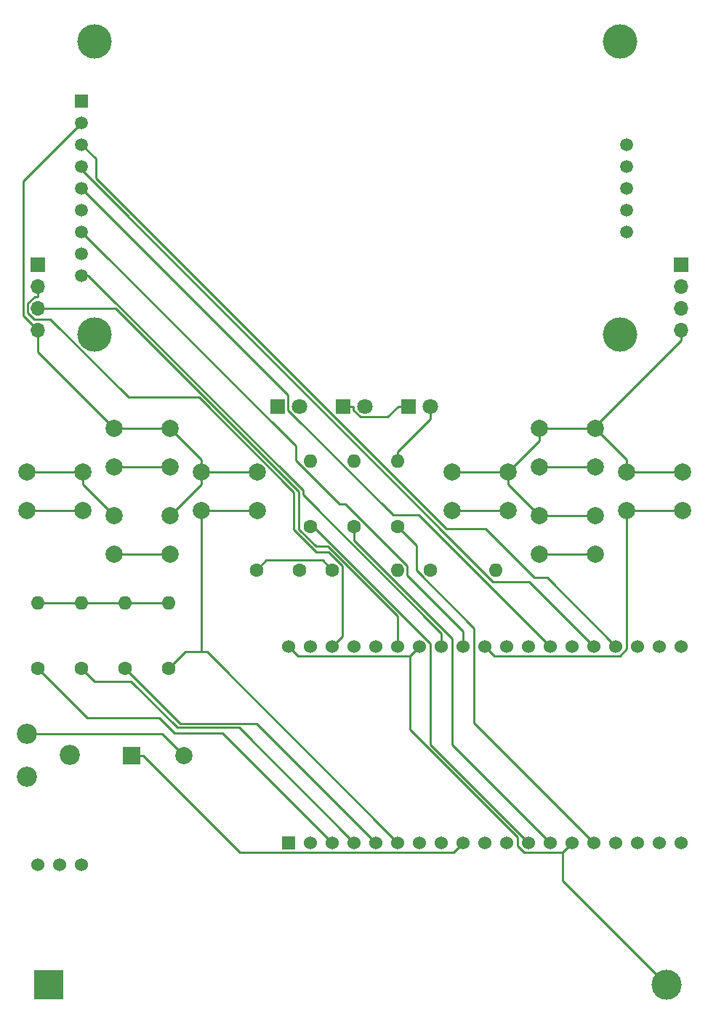
<source format=gbr>
G04 #@! TF.GenerationSoftware,KiCad,Pcbnew,5.1.4-e60b266~84~ubuntu19.04.1*
G04 #@! TF.CreationDate,2019-11-21T14:49:26-05:00*
G04 #@! TF.ProjectId,Esp32Badge-v1,45737033-3242-4616-9467-652d76312e6b,1*
G04 #@! TF.SameCoordinates,Original*
G04 #@! TF.FileFunction,Copper,L2,Bot*
G04 #@! TF.FilePolarity,Positive*
%FSLAX46Y46*%
G04 Gerber Fmt 4.6, Leading zero omitted, Abs format (unit mm)*
G04 Created by KiCad (PCBNEW 5.1.4-e60b266~84~ubuntu19.04.1) date 2019-11-21 14:49:26*
%MOMM*%
%LPD*%
G04 APERTURE LIST*
%ADD10C,1.530000*%
%ADD11R,1.530000X1.530000*%
%ADD12R,3.500000X3.500000*%
%ADD13C,3.500000*%
%ADD14C,2.000000*%
%ADD15R,2.000000X2.000000*%
%ADD16O,1.700000X1.700000*%
%ADD17R,1.700000X1.700000*%
%ADD18C,1.600000*%
%ADD19C,1.800000*%
%ADD20R,1.800000X1.800000*%
%ADD21O,1.600000X1.600000*%
%ADD22C,2.340000*%
%ADD23C,1.524000*%
%ADD24C,4.000000*%
%ADD25C,1.500000*%
%ADD26R,1.500000X1.500000*%
%ADD27C,0.250000*%
G04 APERTURE END LIST*
D10*
X128270000Y-105410000D03*
X130810000Y-105410000D03*
X133350000Y-105410000D03*
X135890000Y-105410000D03*
X138430000Y-105410000D03*
X140970000Y-105410000D03*
X143510000Y-105410000D03*
X146050000Y-105410000D03*
X148590000Y-105410000D03*
X151130000Y-105410000D03*
X153670000Y-105410000D03*
X156210000Y-105410000D03*
X158750000Y-105410000D03*
X161290000Y-105410000D03*
X163830000Y-105410000D03*
X166370000Y-105410000D03*
X168910000Y-105410000D03*
X171450000Y-105410000D03*
X173990000Y-105410000D03*
X173990000Y-128270000D03*
X171450000Y-128270000D03*
X168910000Y-128270000D03*
X166370000Y-128270000D03*
X163830000Y-128270000D03*
X161290000Y-128270000D03*
X158750000Y-128270000D03*
X156210000Y-128270000D03*
X153670000Y-128270000D03*
X151130000Y-128270000D03*
X148590000Y-128270000D03*
X146050000Y-128270000D03*
X143510000Y-128270000D03*
X140970000Y-128270000D03*
X138430000Y-128270000D03*
X135890000Y-128270000D03*
X133350000Y-128270000D03*
X130810000Y-128270000D03*
D11*
X128270000Y-128270000D03*
D12*
X100330000Y-144780000D03*
D13*
X172330000Y-144780000D03*
D14*
X116078000Y-118110000D03*
D15*
X109982000Y-118110000D03*
D16*
X173990000Y-68580000D03*
X173990000Y-66040000D03*
X173990000Y-63500000D03*
D17*
X173990000Y-60960000D03*
D16*
X99060000Y-68580000D03*
X99060000Y-66040000D03*
X99060000Y-63500000D03*
D17*
X99060000Y-60960000D03*
D18*
X129540000Y-96520000D03*
X124540000Y-96520000D03*
D19*
X144780000Y-77470000D03*
D20*
X142240000Y-77470000D03*
D19*
X137160000Y-77470000D03*
D20*
X134620000Y-77470000D03*
D19*
X129540000Y-77470000D03*
D20*
X127000000Y-77470000D03*
D21*
X140970000Y-83820000D03*
D18*
X140970000Y-91440000D03*
D21*
X135890000Y-83820000D03*
D18*
X135890000Y-91440000D03*
D21*
X130810000Y-83820000D03*
D18*
X130810000Y-91440000D03*
D21*
X152400000Y-96520000D03*
D18*
X144780000Y-96520000D03*
D21*
X140970000Y-96520000D03*
D18*
X133350000Y-96520000D03*
D21*
X99060000Y-100330000D03*
D18*
X99060000Y-107950000D03*
D21*
X104140000Y-100330000D03*
D18*
X104140000Y-107950000D03*
D21*
X109220000Y-100330000D03*
D18*
X109220000Y-107950000D03*
D21*
X114300000Y-100330000D03*
D18*
X114300000Y-107950000D03*
D22*
X97790000Y-115570000D03*
X102790000Y-118070000D03*
X97790000Y-120570000D03*
D23*
X99060000Y-130810000D03*
X104140000Y-130810000D03*
X101600000Y-130810000D03*
D14*
X114450000Y-80010000D03*
X114450000Y-84510000D03*
X107950000Y-80010000D03*
X107950000Y-84510000D03*
X114450000Y-90170000D03*
X114450000Y-94670000D03*
X107950000Y-90170000D03*
X107950000Y-94670000D03*
X104290000Y-85090000D03*
X104290000Y-89590000D03*
X97790000Y-85090000D03*
X97790000Y-89590000D03*
X124610000Y-85090000D03*
X124610000Y-89590000D03*
X118110000Y-85090000D03*
X118110000Y-89590000D03*
X163980000Y-90170000D03*
X163980000Y-94670000D03*
X157480000Y-90170000D03*
X157480000Y-94670000D03*
X174140000Y-85090000D03*
X174140000Y-89590000D03*
X167640000Y-85090000D03*
X167640000Y-89590000D03*
X153820000Y-85090000D03*
X153820000Y-89590000D03*
X147320000Y-85090000D03*
X147320000Y-89590000D03*
X163980000Y-80010000D03*
X163980000Y-84510000D03*
X157480000Y-80010000D03*
X157480000Y-84510000D03*
D24*
X105640000Y-69120000D03*
X166840000Y-69120000D03*
X166840000Y-35020000D03*
X105640000Y-35020000D03*
D25*
X167660000Y-57150000D03*
X167660000Y-54610000D03*
X167660000Y-52070000D03*
X167660000Y-49530000D03*
X167660000Y-46990000D03*
X104140000Y-62230000D03*
X104140000Y-59690000D03*
X104140000Y-57150000D03*
X104140000Y-54610000D03*
X104140000Y-52070000D03*
X104140000Y-49530000D03*
X104140000Y-46990000D03*
X104140000Y-44450000D03*
D26*
X104140000Y-41910000D03*
D27*
X104140000Y-44450000D02*
X97390100Y-51199900D01*
X97390100Y-51199900D02*
X97390100Y-66910100D01*
X97390100Y-66910100D02*
X99060000Y-68580000D01*
X142417200Y-106502800D02*
X143510000Y-105410000D01*
X128270000Y-105410000D02*
X129362800Y-106502800D01*
X129362800Y-106502800D02*
X142417200Y-106502800D01*
X142417200Y-106502800D02*
X142417200Y-115117400D01*
X142417200Y-115117400D02*
X154940000Y-127640200D01*
X154940000Y-127640200D02*
X154940000Y-128607900D01*
X154940000Y-128607900D02*
X155695300Y-129363200D01*
X155695300Y-129363200D02*
X160196800Y-129363200D01*
X160196800Y-129363200D02*
X161290000Y-128270000D01*
X172330000Y-144780000D02*
X160196800Y-132646800D01*
X160196800Y-132646800D02*
X160196800Y-129363200D01*
X104290000Y-85090000D02*
X97790000Y-85090000D01*
X104290000Y-85090000D02*
X104290000Y-86510000D01*
X104290000Y-86510000D02*
X107950000Y-90170000D01*
X173990000Y-68580000D02*
X173990000Y-69755300D01*
X173990000Y-69755300D02*
X163980000Y-79765300D01*
X163980000Y-79765300D02*
X163980000Y-80010000D01*
X167640000Y-85090000D02*
X167640000Y-83670000D01*
X167640000Y-83670000D02*
X163980000Y-80010000D01*
X99060000Y-68580000D02*
X99060000Y-71120000D01*
X99060000Y-71120000D02*
X107950000Y-80010000D01*
X142240000Y-77470000D02*
X141014700Y-77470000D01*
X134620000Y-77470000D02*
X135845300Y-77470000D01*
X135845300Y-77470000D02*
X135845300Y-77929500D01*
X135845300Y-77929500D02*
X136611100Y-78695300D01*
X136611100Y-78695300D02*
X139789400Y-78695300D01*
X139789400Y-78695300D02*
X141014700Y-77470000D01*
X114450000Y-80010000D02*
X118110000Y-83670000D01*
X118110000Y-83670000D02*
X118110000Y-85090000D01*
X107950000Y-80010000D02*
X114450000Y-80010000D01*
X118110000Y-85090000D02*
X118110000Y-86510000D01*
X118110000Y-86510000D02*
X114450000Y-90170000D01*
X124610000Y-85090000D02*
X118110000Y-85090000D01*
X163980000Y-90170000D02*
X157480000Y-90170000D01*
X153820000Y-85090000D02*
X153820000Y-86510000D01*
X153820000Y-86510000D02*
X157480000Y-90170000D01*
X174140000Y-85090000D02*
X167640000Y-85090000D01*
X147320000Y-85090000D02*
X153820000Y-85090000D01*
X157480000Y-80010000D02*
X157480000Y-81430000D01*
X157480000Y-81430000D02*
X153820000Y-85090000D01*
X157480000Y-80010000D02*
X163980000Y-80010000D01*
X148590000Y-128270000D02*
X147477200Y-129382800D01*
X147477200Y-129382800D02*
X122580100Y-129382800D01*
X122580100Y-129382800D02*
X111307300Y-118110000D01*
X109982000Y-118110000D02*
X111307300Y-118110000D01*
X116078000Y-118110000D02*
X113538000Y-115570000D01*
X113538000Y-115570000D02*
X97790000Y-115570000D01*
X133350000Y-96520000D02*
X132210700Y-95380700D01*
X132210700Y-95380700D02*
X125679300Y-95380700D01*
X125679300Y-95380700D02*
X124540000Y-96520000D01*
X140970000Y-83820000D02*
X140970000Y-82694700D01*
X140970000Y-82694700D02*
X144780000Y-78884700D01*
X144780000Y-78884700D02*
X144780000Y-77470000D01*
X163830000Y-128270000D02*
X149860000Y-114300000D01*
X149860000Y-114300000D02*
X149860000Y-103269700D01*
X149860000Y-103269700D02*
X143149300Y-96559000D01*
X143149300Y-96559000D02*
X143149300Y-93619300D01*
X143149300Y-93619300D02*
X140970000Y-91440000D01*
X135890000Y-91440000D02*
X135890000Y-93031700D01*
X135890000Y-93031700D02*
X147320000Y-104461700D01*
X147320000Y-104461700D02*
X147320000Y-116840000D01*
X147320000Y-116840000D02*
X158750000Y-128270000D01*
X156210000Y-128270000D02*
X144780000Y-116840000D01*
X144780000Y-116840000D02*
X144780000Y-105049000D01*
X144780000Y-105049000D02*
X131171000Y-91440000D01*
X131171000Y-91440000D02*
X130810000Y-91440000D01*
X104140000Y-100330000D02*
X99060000Y-100330000D01*
X109220000Y-100330000D02*
X104140000Y-100330000D01*
X114300000Y-100330000D02*
X109220000Y-100330000D01*
X99060000Y-107950000D02*
X104800900Y-113690900D01*
X104800900Y-113690900D02*
X113214800Y-113690900D01*
X113214800Y-113690900D02*
X114991800Y-115467900D01*
X114991800Y-115467900D02*
X120547900Y-115467900D01*
X120547900Y-115467900D02*
X133350000Y-128270000D01*
X107950000Y-84510000D02*
X114450000Y-84510000D01*
X135890000Y-128270000D02*
X122478500Y-114858500D01*
X122478500Y-114858500D02*
X115321600Y-114858500D01*
X115321600Y-114858500D02*
X109922700Y-109459600D01*
X109922700Y-109459600D02*
X105649600Y-109459600D01*
X105649600Y-109459600D02*
X104140000Y-107950000D01*
X107950000Y-94670000D02*
X114450000Y-94670000D01*
X138430000Y-128270000D02*
X124568200Y-114408200D01*
X124568200Y-114408200D02*
X115678200Y-114408200D01*
X115678200Y-114408200D02*
X109220000Y-107950000D01*
X97790000Y-89590000D02*
X104290000Y-89590000D01*
X118110000Y-106045000D02*
X118745000Y-106045000D01*
X118745000Y-106045000D02*
X140970000Y-128270000D01*
X114300000Y-107950000D02*
X116205000Y-106045000D01*
X116205000Y-106045000D02*
X118110000Y-106045000D01*
X118110000Y-89590000D02*
X118110000Y-106045000D01*
X118110000Y-89590000D02*
X124610000Y-89590000D01*
X157480000Y-94670000D02*
X163980000Y-94670000D01*
X167640000Y-89590000D02*
X167640000Y-105716300D01*
X167640000Y-105716300D02*
X166852500Y-106503800D01*
X166852500Y-106503800D02*
X152223800Y-106503800D01*
X152223800Y-106503800D02*
X151130000Y-105410000D01*
X167640000Y-89590000D02*
X174140000Y-89590000D01*
X147320000Y-89590000D02*
X153820000Y-89590000D01*
X157480000Y-84510000D02*
X163980000Y-84510000D01*
X140970000Y-105410000D02*
X140970000Y-101875900D01*
X140970000Y-101875900D02*
X132852700Y-93758600D01*
X132852700Y-93758600D02*
X131462900Y-93758600D01*
X131462900Y-93758600D02*
X129485800Y-91781500D01*
X129485800Y-91781500D02*
X129485800Y-87419500D01*
X129485800Y-87419500D02*
X108106300Y-66040000D01*
X108106300Y-66040000D02*
X99060000Y-66040000D01*
X99060000Y-63500000D02*
X99060000Y-64675300D01*
X133350000Y-105410000D02*
X134508800Y-104251200D01*
X134508800Y-104251200D02*
X134508800Y-96051600D01*
X134508800Y-96051600D02*
X132891200Y-94434000D01*
X132891200Y-94434000D02*
X131501400Y-94434000D01*
X131501400Y-94434000D02*
X128876600Y-91809200D01*
X128876600Y-91809200D02*
X128876600Y-87447200D01*
X128876600Y-87447200D02*
X117856500Y-76427100D01*
X117856500Y-76427100D02*
X109607200Y-76427100D01*
X109607200Y-76427100D02*
X100490100Y-67310000D01*
X100490100Y-67310000D02*
X98649600Y-67310000D01*
X98649600Y-67310000D02*
X97884700Y-66545100D01*
X97884700Y-66545100D02*
X97884700Y-65483200D01*
X97884700Y-65483200D02*
X98692600Y-64675300D01*
X98692600Y-64675300D02*
X99060000Y-64675300D01*
X146050000Y-105410000D02*
X146050000Y-103876200D01*
X146050000Y-103876200D02*
X129936200Y-87762400D01*
X129936200Y-87762400D02*
X129936200Y-87233000D01*
X129936200Y-87233000D02*
X104933200Y-62230000D01*
X104933200Y-62230000D02*
X104140000Y-62230000D01*
X104140000Y-57150000D02*
X129089400Y-82099400D01*
X129089400Y-82099400D02*
X129089400Y-83761100D01*
X129089400Y-83761100D02*
X134174300Y-88846000D01*
X134174300Y-88846000D02*
X134890000Y-88846000D01*
X134890000Y-88846000D02*
X142095400Y-96051400D01*
X142095400Y-96051400D02*
X142095400Y-97145800D01*
X142095400Y-97145800D02*
X148590000Y-103640400D01*
X148590000Y-103640400D02*
X148590000Y-105410000D01*
X104140000Y-52070000D02*
X128225400Y-76155400D01*
X128225400Y-76155400D02*
X128225400Y-77907600D01*
X128225400Y-77907600D02*
X140433100Y-90115300D01*
X140433100Y-90115300D02*
X143455300Y-90115300D01*
X143455300Y-90115300D02*
X158750000Y-105410000D01*
X104140000Y-49530000D02*
X104140000Y-49919200D01*
X104140000Y-49919200D02*
X152080600Y-97859800D01*
X152080600Y-97859800D02*
X156279800Y-97859800D01*
X156279800Y-97859800D02*
X163830000Y-105410000D01*
X166370000Y-105410000D02*
X158369400Y-97409400D01*
X158369400Y-97409400D02*
X156895800Y-97409400D01*
X156895800Y-97409400D02*
X151226700Y-91740300D01*
X151226700Y-91740300D02*
X146627400Y-91740300D01*
X146627400Y-91740300D02*
X105803400Y-50916300D01*
X105803400Y-50916300D02*
X105803400Y-48653400D01*
X105803400Y-48653400D02*
X104140000Y-46990000D01*
M02*

</source>
